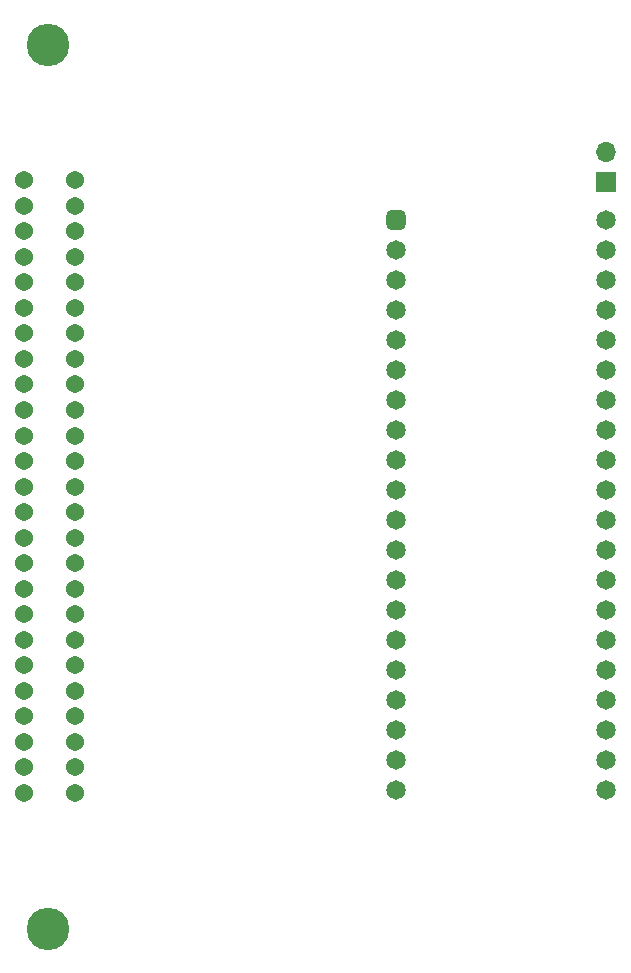
<source format=gbr>
%TF.GenerationSoftware,KiCad,Pcbnew,8.0.4-8.0.4-0~ubuntu22.04.1*%
%TF.CreationDate,2024-07-18T12:58:38-06:00*%
%TF.ProjectId,Centronics_50Pin,43656e74-726f-46e6-9963-735f35305069,1*%
%TF.SameCoordinates,Original*%
%TF.FileFunction,Soldermask,Bot*%
%TF.FilePolarity,Negative*%
%FSLAX46Y46*%
G04 Gerber Fmt 4.6, Leading zero omitted, Abs format (unit mm)*
G04 Created by KiCad (PCBNEW 8.0.4-8.0.4-0~ubuntu22.04.1) date 2024-07-18 12:58:38*
%MOMM*%
%LPD*%
G01*
G04 APERTURE LIST*
G04 Aperture macros list*
%AMRoundRect*
0 Rectangle with rounded corners*
0 $1 Rounding radius*
0 $2 $3 $4 $5 $6 $7 $8 $9 X,Y pos of 4 corners*
0 Add a 4 corners polygon primitive as box body*
4,1,4,$2,$3,$4,$5,$6,$7,$8,$9,$2,$3,0*
0 Add four circle primitives for the rounded corners*
1,1,$1+$1,$2,$3*
1,1,$1+$1,$4,$5*
1,1,$1+$1,$6,$7*
1,1,$1+$1,$8,$9*
0 Add four rect primitives between the rounded corners*
20,1,$1+$1,$2,$3,$4,$5,0*
20,1,$1+$1,$4,$5,$6,$7,0*
20,1,$1+$1,$6,$7,$8,$9,0*
20,1,$1+$1,$8,$9,$2,$3,0*%
G04 Aperture macros list end*
%ADD10RoundRect,0.412500X-0.412500X-0.412500X0.412500X-0.412500X0.412500X0.412500X-0.412500X0.412500X0*%
%ADD11C,1.650000*%
%ADD12R,1.700000X1.700000*%
%ADD13O,1.700000X1.700000*%
%ADD14C,3.600000*%
%ADD15C,1.540000*%
G04 APERTURE END LIST*
D10*
%TO.C,RP1*%
X128987200Y-78406000D03*
D11*
X128987200Y-80946000D03*
X128987200Y-83486000D03*
X128987200Y-86026000D03*
X128987200Y-88566000D03*
X128987200Y-91106000D03*
X128987200Y-93646000D03*
X128987200Y-96186000D03*
X128987200Y-98726000D03*
X128987200Y-101266000D03*
X128987200Y-103806000D03*
X128987200Y-106346000D03*
X128987200Y-108886000D03*
X128987200Y-111426000D03*
X128987200Y-113966000D03*
X128987200Y-116506000D03*
X128987200Y-119046000D03*
X128987200Y-121586000D03*
X128987200Y-124126000D03*
X128987200Y-126666000D03*
X146767200Y-126666000D03*
X146767200Y-124126000D03*
X146767200Y-121586000D03*
X146767200Y-119046000D03*
X146767200Y-116506000D03*
X146767200Y-113966000D03*
X146767200Y-111426000D03*
X146767200Y-108886000D03*
X146767200Y-106346000D03*
X146767200Y-103806000D03*
X146767200Y-101266000D03*
X146767200Y-98726000D03*
X146767200Y-96186000D03*
X146767200Y-93646000D03*
X146767200Y-91106000D03*
X146767200Y-88566000D03*
X146767200Y-86026000D03*
X146767200Y-83486000D03*
X146767200Y-80946000D03*
X146767200Y-78406000D03*
%TD*%
D12*
%TO.C,J2*%
X146756000Y-75132800D03*
D13*
X146756000Y-72592800D03*
%TD*%
D14*
%TO.C,U10*%
X99511800Y-138369400D03*
X99511800Y-63519400D03*
D15*
X101801800Y-75024400D03*
X101801800Y-77184400D03*
X101801800Y-79344400D03*
X101801800Y-81504400D03*
X101801800Y-83664400D03*
X101801800Y-85824400D03*
X101801800Y-87984400D03*
X101801800Y-90144400D03*
X101801800Y-92304400D03*
X101801800Y-94464400D03*
X101801800Y-96624400D03*
X101801800Y-98784400D03*
X101801800Y-100944400D03*
X101801800Y-103104400D03*
X101801800Y-105264400D03*
X101801800Y-107424400D03*
X101801800Y-109584400D03*
X101801800Y-111744400D03*
X101801800Y-113904400D03*
X101801800Y-116064400D03*
X101801800Y-118224400D03*
X101801800Y-120384400D03*
X101801800Y-122544400D03*
X101801800Y-124704400D03*
X101801800Y-126864400D03*
X97511800Y-75024400D03*
X97511800Y-77184400D03*
X97511800Y-79344400D03*
X97511800Y-81504400D03*
X97511800Y-83664400D03*
X97511800Y-85824400D03*
X97511800Y-87984400D03*
X97511800Y-90144400D03*
X97511800Y-92304400D03*
X97511800Y-94464400D03*
X97511800Y-96624400D03*
X97511800Y-98784400D03*
X97511800Y-100944400D03*
X97511800Y-103104400D03*
X97511800Y-105264400D03*
X97511800Y-107424400D03*
X97511800Y-109584400D03*
X97511800Y-111744400D03*
X97511800Y-113904400D03*
X97511800Y-116064400D03*
X97511800Y-118224400D03*
X97511800Y-120384400D03*
X97511800Y-122544400D03*
X97511800Y-124704400D03*
X97511800Y-126864400D03*
%TD*%
M02*

</source>
